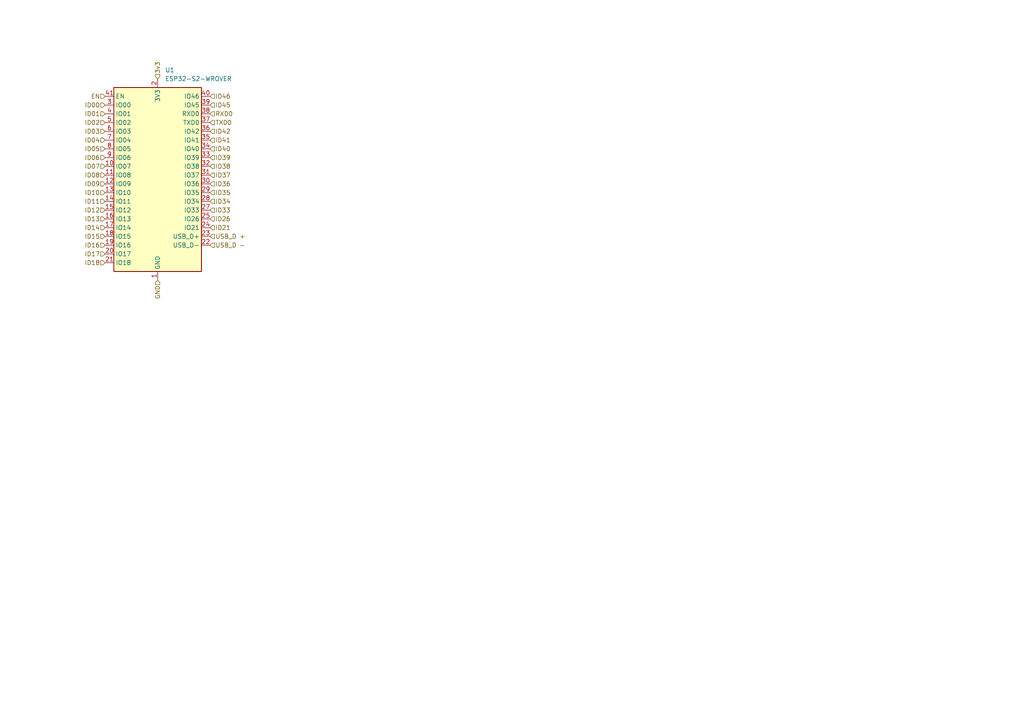
<source format=kicad_sch>
(kicad_sch (version 20250114) (generator "eeschema") (generator_version "9.0")
  (paper "A4")
  (lib_symbols
    (symbol "RF_Module:ESP32-S2-WROVER"
      (property "Reference" "U" (at -12.7 29.21 0))
      (property "Value" "ESP32-S2-WROVER" (at 2.54 29.21 0))
      (symbol "ESP32-S2-WROVER_0_1"
        (rectangle (start -12.7 27.94) (end 12.7 -25.4) (stroke (width 0.254)) (fill (type background)))
      )
      (symbol "ESP32-S2-WROVER_1_1"
        (pin input line (at -15.24 25.4 0) (length 2.54) (name "EN") (number "41"))
        (pin bidirectional line (at -15.24 22.86 0) (length 2.54) (name "IO00") (number "3"))
        (pin bidirectional line (at -15.24 20.32 0) (length 2.54) (name "IO01") (number "4"))
        (pin bidirectional line (at -15.24 17.78 0) (length 2.54) (name "IO02") (number "5"))
        (pin bidirectional line (at -15.24 15.24 0) (length 2.54) (name "IO03") (number "6"))
        (pin bidirectional line (at -15.24 12.7 0) (length 2.54) (name "IO04") (number "7"))
        (pin bidirectional line (at -15.24 10.16 0) (length 2.54) (name "IO05") (number "8"))
        (pin bidirectional line (at -15.24 7.62 0) (length 2.54) (name "IO06") (number "9"))
        (pin bidirectional line (at -15.24 5.08 0) (length 2.54) (name "IO07") (number "10"))
        (pin bidirectional line (at -15.24 2.54 0) (length 2.54) (name "IO08") (number "11"))
        (pin bidirectional line (at -15.24 0 0) (length 2.54) (name "IO09") (number "12"))
        (pin bidirectional line (at -15.24 -2.54 0) (length 2.54) (name "IO10") (number "13"))
        (pin bidirectional line (at -15.24 -5.08 0) (length 2.54) (name "IO11") (number "14"))
        (pin bidirectional line (at -15.24 -7.62 0) (length 2.54) (name "IO12") (number "15"))
        (pin bidirectional line (at -15.24 -10.16 0) (length 2.54) (name "IO13") (number "16"))
        (pin bidirectional line (at -15.24 -12.7 0) (length 2.54) (name "IO14") (number "17"))
        (pin bidirectional line (at -15.24 -15.24 0) (length 2.54) (name "IO15") (number "18"))
        (pin bidirectional line (at -15.24 -17.78 0) (length 2.54) (name "IO16") (number "19"))
        (pin bidirectional line (at -15.24 -20.32 0) (length 2.54) (name "IO17") (number "20"))
        (pin bidirectional line (at -15.24 -22.86 0) (length 2.54) (name "IO18") (number "21"))
        (pin power_in line (at 0 30.48 270) (length 2.54) (name "3V3") (number "2"))
        (pin power_in line (at 0 -27.94 90) (length 2.54) (name "GND") (number "1"))
        (pin passive line (at 0 -27.94 90) (length 2.54) (hide yes) (name "GND") (number "26"))
        (pin passive line (at 0 -27.94 90) (length 2.54) (hide yes) (name "GND") (number "42"))
        (pin passive line (at 0 -27.94 90) (length 2.54) (hide yes) (name "GND") (number "43"))
        (pin input line (at 15.24 25.4 180) (length 2.54) (name "IO46") (number "40"))
        (pin bidirectional line (at 15.24 22.86 180) (length 2.54) (name "IO45") (number "39"))
        (pin bidirectional line (at 15.24 20.32 180) (length 2.54) (name "RXD0") (number "38"))
        (pin bidirectional line (at 15.24 17.78 180) (length 2.54) (name "TXD0") (number "37"))
        (pin bidirectional line (at 15.24 15.24 180) (length 2.54) (name "IO42") (number "36"))
        (pin bidirectional line (at 15.24 12.7 180) (length 2.54) (name "IO41") (number "35"))
        (pin bidirectional line (at 15.24 10.16 180) (length 2.54) (name "IO40") (number "34"))
        (pin bidirectional line (at 15.24 7.62 180) (length 2.54) (name "IO39") (number "33"))
        (pin bidirectional line (at 15.24 5.08 180) (length 2.54) (name "IO38") (number "32"))
        (pin bidirectional line (at 15.24 2.54 180) (length 2.54) (name "IO37") (number "31"))
        (pin bidirectional line (at 15.24 0 180) (length 2.54) (name "IO36") (number "30"))
        (pin bidirectional line (at 15.24 -2.54 180) (length 2.54) (name "IO35") (number "29"))
        (pin bidirectional line (at 15.24 -5.08 180) (length 2.54) (name "IO34") (number "28"))
        (pin bidirectional line (at 15.24 -7.62 180) (length 2.54) (name "IO33") (number "27"))
        (pin bidirectional line (at 15.24 -10.16 180) (length 2.54) (name "IO26") (number "25"))
        (pin bidirectional line (at 15.24 -12.7 180) (length 2.54) (name "IO21") (number "24"))
        (pin bidirectional line (at 15.24 -15.24 180) (length 2.54) (name "USB_D+") (number "23"))
        (pin bidirectional line (at 15.24 -17.78 180) (length 2.54) (name "USB_D-") (number "22"))
      )
    )
  )
  (hierarchical_label "ID14" (shape input) (at 30.48 66.04 180))
  (hierarchical_label "ID09" (shape input) (at 30.48 53.34 180))
  (hierarchical_label "ID13" (shape input) (at 30.48 63.5 180))
  (hierarchical_label "ID39" (shape input) (at 60.96 45.72 0))
  (hierarchical_label "ID34" (shape input) (at 60.96 58.42 0))
  (hierarchical_label "ID37" (shape input) (at 60.96 50.8 0))
  (hierarchical_label "ID10" (shape input) (at 30.48 55.88 180))
  (hierarchical_label "ID11" (shape input) (at 30.48 58.42 180))
  (hierarchical_label "ID04" (shape input) (at 30.48 40.64 180))
  (hierarchical_label "USB_D +" (shape input) (at 60.96 68.58 0))
  (hierarchical_label "ID35" (shape input) (at 60.96 55.88 0))
  (hierarchical_label "ID36" (shape input) (at 60.96 53.34 0))
  (hierarchical_label "ID18" (shape input) (at 30.48 76.2 180))
  (hierarchical_label "ID17" (shape input) (at 30.48 73.66 180))
  (hierarchical_label "ID05" (shape input) (at 30.48 43.18 180))
  (hierarchical_label "ID16" (shape input) (at 30.48 71.12 180))
  (hierarchical_label "ID08" (shape input) (at 30.48 50.8 180))
  (hierarchical_label "ID33" (shape input) (at 60.96 60.96 0))
  (hierarchical_label "ID02" (shape input) (at 30.48 35.56 180))
  (hierarchical_label "ID42" (shape input) (at 60.96 38.1 0))
  (hierarchical_label "ID07" (shape input) (at 30.48 48.26 180))
  (hierarchical_label "EN" (shape input) (at 30.48 27.94 180))
  (hierarchical_label "ID40" (shape input) (at 60.96 43.18 0))
  (hierarchical_label "ID03" (shape input) (at 30.48 38.1 180))
  (hierarchical_label "ID46" (shape input) (at 60.96 27.94 0))
  (hierarchical_label "GND" (shape input) (at 45.72 81.28 270))
  (hierarchical_label "RXD0" (shape input) (at 60.96 33.02 0))
  (hierarchical_label "ID41" (shape input) (at 60.96 40.64 0))
  (hierarchical_label "ID45" (shape input) (at 60.96 30.48 0))
  (hierarchical_label "ID12" (shape input) (at 30.48 60.96 180))
  (hierarchical_label "USB_D -" (shape input) (at 60.96 71.12 0))
  (hierarchical_label "3v3" (shape input) (at 45.72 22.86 90))
  (hierarchical_label "ID01" (shape input) (at 30.48 33.02 180))
  (hierarchical_label "TXD0" (shape input) (at 60.96 35.56 0))
  (hierarchical_label "ID26" (shape input) (at 60.96 63.5 0))
  (hierarchical_label "ID21" (shape input) (at 60.96 66.04 0))
  (hierarchical_label "ID00" (shape input) (at 30.48 30.48 180))
  (hierarchical_label "ID06" (shape input) (at 30.48 45.72 180))
  (hierarchical_label "ID15" (shape input) (at 30.48 68.58 180))
  (hierarchical_label "ID38" (shape input) (at 60.96 48.26 0))
  (symbol (lib_id "RF_Module:ESP32-S2-WROVER") (at 45.72 53.34 0) (unit 1)
    (property "Reference" "U1" (at 47.8633 20.32 0) (effects (justify left)))
    (property "Value" "ESP32-S2-WROVER" (at 47.8633 22.86 0) (effects (justify left)))
    (property "Footprint" "RF_Module:ESP32-S2-WROVER" (effects (hide yes)))
    (property "Datasheet" "https://www.espressif.com/sites/default/files/documentation/esp32-s2-wroom_esp32-s2-wroom-i_datasheet_en.pdf" (effects (hide yes)))
    (property "Description" "RF Module, ESP32-D0WDQ6 SoC, Wi-Fi 802.11b/g/n, 32-bit, 2.7-3.6V, onboard antenna, SMD" (effects (hide yes)))
  )
)
</source>
